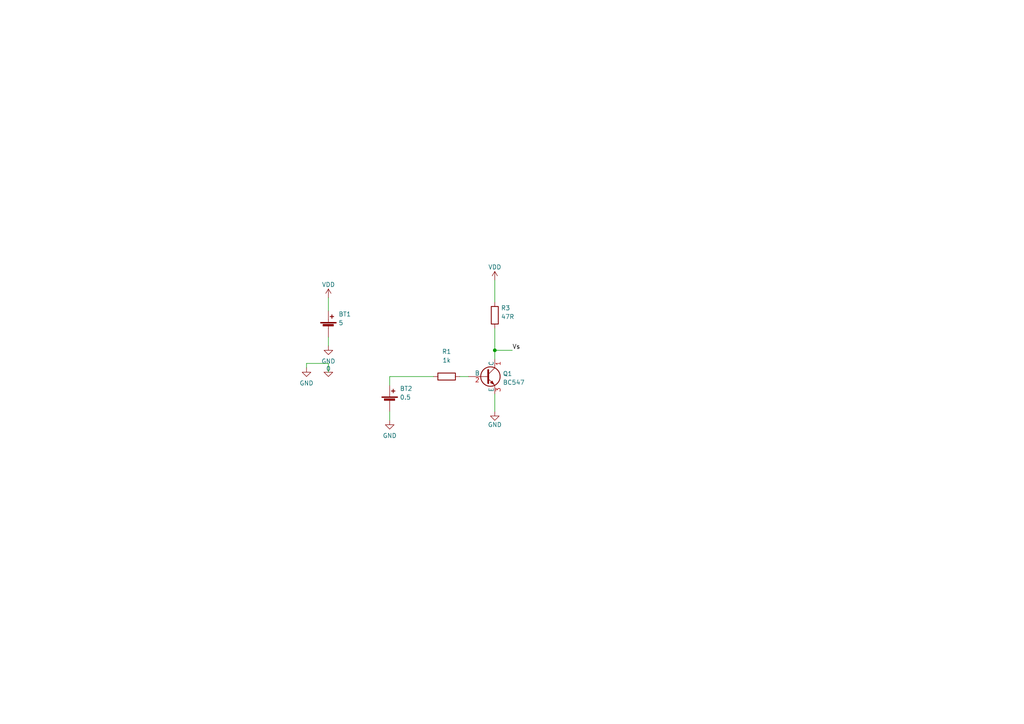
<source format=kicad_sch>
(kicad_sch (version 20211123) (generator eeschema)
  (paper "A4")
  (lib_symbols
    (symbol "DD_CMOS-rescue:BC549" (pin_names (offset 0))
      (property "Reference" "Q" (at 5.08 1.905 0))
      (property "Value" "BC549" (at 5.08 0 0))
      (property "Footprint" "TO-92" (at 5.08 -1.905 0))
      (symbol "BC549_0_1"
        (polyline (pts (xy 0 0) (xy 0.635 0)))
        (polyline (pts (xy 0.635 0.635) (xy 2.54 2.54)))
        (polyline (pts (xy 0.635 -0.635) (xy 2.54 -2.54) (xy 2.54 -2.54)))
        (polyline (pts (xy 0.635 1.905) (xy 0.635 -1.905) (xy 0.635 -1.905)) (stroke (width 0.508)))
        (polyline (pts (xy 1.27 -1.778) (xy 1.778 -1.27) (xy 2.286 -2.286) (xy 1.27 -1.778) (xy 1.27 -1.778)) (fill (type outline)))
        (circle (center 1.27 0) (radius 2.8194) (stroke (width 0.254)))
      )
      (symbol "BC549_1_1"
        (pin passive line (at 2.54 5.08 270) (length 2.54) (name "C") (number "1"))
        (pin input line (at -5.08 0 0) (length 5.08) (name "B") (number "2"))
        (pin passive line (at 2.54 -5.08 90) (length 2.54) (name "E") (number "3"))
      )
    )
    (symbol "DD_CMOS-rescue:R" (pin_numbers hide) (pin_names (offset 0))
      (property "Reference" "R" (at 2.032 0 90))
      (property "Value" "R" (at 0 0 90))
      (symbol "R_0_1"
        (rectangle (start -1.016 -2.54) (end 1.016 2.54) (stroke (width 0.254)))
      )
      (symbol "R_1_1"
        (pin passive line (at 0 3.81 270) (length 1.27) (name "~") (number "1"))
        (pin passive line (at 0 -3.81 90) (length 1.27) (name "~") (number "2"))
      )
    )
    (symbol "Device:Battery_Cell" (pin_numbers hide) (pin_names (offset 0) hide)
      (property "Reference" "BT" (at 2.54 2.54 0))
      (property "Value" "Battery_Cell" (at 2.54 0 0))
      (symbol "Battery_Cell_0_1"
        (rectangle (start -2.286 1.778) (end 2.286 1.524) (fill (type outline)))
        (rectangle (start -1.5748 1.1938) (end 1.4732 0.6858) (fill (type outline)))
        (polyline (pts (xy 0 0.762) (xy 0 0)))
        (polyline (pts (xy 0 1.778) (xy 0 2.54)))
        (polyline (pts (xy 0.508 3.429) (xy 1.524 3.429)) (stroke (width 0.254)))
        (polyline (pts (xy 1.016 3.937) (xy 1.016 2.921)) (stroke (width 0.254)))
      )
      (symbol "Battery_Cell_1_1"
        (pin passive line (at 0 5.08 270) (length 2.54) (name "+") (number "1"))
        (pin passive line (at 0 -2.54 90) (length 2.54) (name "-") (number "2"))
      )
    )
    (symbol "power:GND" (power) (pin_names (offset 0))
      (property "Value" "GND" (at 0 -3.81 0))
      (symbol "GND_0_1"
        (polyline (pts (xy 0 0) (xy 0 -1.27) (xy 1.27 -1.27) (xy 0 -2.54) (xy -1.27 -1.27) (xy 0 -1.27)))
      )
      (symbol "GND_1_1"
        (pin power_in line (at 0 0 270) (length 0) hide (name "GND") (number "1"))
      )
    )
    (symbol "power:VDD" (power) (pin_names (offset 0))
      (property "Value" "VDD" (at 0 3.81 0))
      (symbol "VDD_0_1"
        (polyline (pts (xy -0.762 1.27) (xy 0 2.54)))
        (polyline (pts (xy 0 0) (xy 0 2.54)))
        (polyline (pts (xy 0 2.54) (xy 0.762 1.27)))
      )
      (symbol "VDD_1_1"
        (pin power_in line (at 0 0 90) (length 0) hide (name "VDD") (number "1"))
      )
    )
    (symbol "pspice:0" (power) (pin_names (offset 0))
      (property "Value" "0" (at 0 -1.778 0))
      (symbol "0_0_1"
        (polyline (pts (xy -1.27 0) (xy 0 -1.27) (xy 1.27 0) (xy -1.27 0)))
      )
      (symbol "0_1_1"
        (pin power_in line (at 0 0 0) (length 0) hide (name "0") (number "1"))
      )
    )
  )
  (junction (at 143.51 101.6))
  (wire (pts (xy 113.03 111.76) (xy 113.03 109.22)))
  (wire (pts (xy 143.51 101.6) (xy 143.51 104.14)))
  (wire (pts (xy 143.51 101.6) (xy 148.59 101.6)))
  (wire (pts (xy 88.9 105.41) (xy 95.25 105.41)))
  (wire (pts (xy 143.51 95.25) (xy 143.51 101.6)))
  (wire (pts (xy 143.51 81.28) (xy 143.51 87.63)))
  (wire (pts (xy 88.9 106.68) (xy 88.9 105.41)))
  (wire (pts (xy 133.35 109.22) (xy 135.89 109.22)))
  (wire (pts (xy 143.51 114.3) (xy 143.51 119.38)))
  (wire (pts (xy 95.25 97.79) (xy 95.25 100.33)))
  (wire (pts (xy 113.03 121.92) (xy 113.03 119.38)))
  (wire (pts (xy 113.03 109.22) (xy 125.73 109.22)))
  (wire (pts (xy 95.25 86.36) (xy 95.25 90.17)))
  (wire (pts (xy 95.25 105.41) (xy 95.25 107.95)))
  (label "Vs" (at 148.59 101.6 0))
  (symbol (lib_id "power:VDD") (at 143.51 81.28 0) (unit 1)
    (property "Reference" "#PWR05" (effects hide))
    (property "Value" "VDD" (at 143.51 77.47 0))
  )
  (symbol (lib_id "power:GND") (at 143.51 119.38 0) (unit 1)
    (property "Reference" "#PWR06" (effects hide))
    (property "Value" "GND" (at 143.51 123.19 0))
  )
  (symbol (lib_id "Device:Battery_Cell") (at 113.03 116.84 0) (unit 1)
    (property "Reference" "BT2" (at 115.951 112.7049 0) (effects (justify left)))
    (property "Value" "Battery_Cell" (at 115.951 115.2418 0) (effects (justify left)))
    (property "Spice_Primitive" "V" (effects hide))
    (property "Spice_Model" "dc 0.5" (at 115.951 117.7787 0) (effects (justify left)))
    (property "Spice_Netlist_Enabled" "Y" (effects hide))
  )
  (symbol (lib_id "DD_CMOS-rescue:BC549") (at 140.97 109.22 0) (unit 1)
    (property "Reference" "Q1" (at 145.8214 108.3853 0) (effects (justify left)))
    (property "Value" "BC547" (at 145.8214 110.9222 0) (effects (justify left)))
    (property "Footprint" "Package_TO_SOT_THT:TO-92" (effects hide))
    (property "Spice_Primitive" "Q" (effects hide))
    (property "Spice_Model" "BC547B" (effects hide))
    (property "Spice_Netlist_Enabled" "Y" (effects hide))
    (property "Spice_Lib_File" "/home/mpt/Documentos/Projetos/kicad-libraries/kicad-spice-library/Models/Transistor/BJT/BJT.lib" (effects hide))
  )
  (symbol (lib_id "DD_CMOS-rescue:R") (at 143.51 91.44 0) (unit 1)
    (property "Reference" "R3" (at 145.288 89.3369 0) (effects (justify left)))
    (property "Value" "47R" (at 145.288 91.8738 0) (effects (justify left)))
    (property "Footprint" "Resistor_THT:R_Axial_DIN0207_L6.3mm_D2.5mm_P10.16mm_Horizontal" (effects hide))
    (property "Spice_Primitive" "R" (effects hide))
    (property "Spice_Model" "70" (at 145.288 94.4107 0) (effects (justify left)))
    (property "Spice_Netlist_Enabled" "Y" (effects hide))
  )
  (symbol (lib_id "DD_CMOS-rescue:R") (at 129.54 109.22 90) (unit 1)
    (property "Reference" "R1" (at 129.54 101.9674 90))
    (property "Value" "1k" (at 129.54 104.5043 90))
    (property "Footprint" "Resistor_THT:R_Axial_DIN0207_L6.3mm_D2.5mm_P10.16mm_Horizontal" (effects hide))
    (property "Spice_Primitive" "R" (effects hide))
    (property "Spice_Model" "1k" (at 129.54 107.0412 90))
    (property "Spice_Netlist_Enabled" "Y" (effects hide))
  )
  (symbol (lib_id "pspice:0") (at 95.25 107.95 0) (unit 1)
    (property "Reference" "#GND01" (effects hide))
    (property "Value" "0" (at 95.25 106.9142 0))
  )
  (symbol (lib_id "power:GND") (at 88.9 106.68 0) (unit 1)
    (property "Reference" "#PWR01" (effects hide))
    (property "Value" "GND" (at 88.9 111.1234 0))
  )
  (symbol (lib_id "power:VDD") (at 95.25 86.36 0) (unit 1)
    (property "Reference" "#PWR02" (effects hide))
    (property "Value" "VDD" (at 95.25 82.55 0))
  )
  (symbol (lib_id "power:GND") (at 95.25 100.33 0) (unit 1)
    (property "Reference" "#PWR03" (effects hide))
    (property "Value" "GND" (at 95.25 104.7734 0))
  )
  (symbol (lib_id "power:GND") (at 113.03 121.92 0) (unit 1)
    (property "Reference" "#PWR04" (effects hide))
    (property "Value" "GND" (at 113.03 126.3634 0))
  )
  (symbol (lib_id "Device:Battery_Cell") (at 95.25 95.25 0) (unit 1)
    (property "Reference" "BT1" (at 98.171 91.1149 0) (effects (justify left)))
    (property "Value" "Battery_Cell" (at 98.171 93.6518 0) (effects (justify left)))
    (property "Spice_Primitive" "V" (effects hide))
    (property "Spice_Model" "dc 5" (at 98.171 96.1887 0) (effects (justify left)))
    (property "Spice_Netlist_Enabled" "Y" (effects hide))
  )
)
</source>
